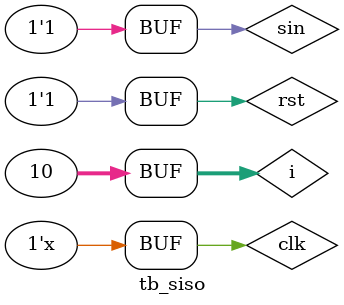
<source format=v>
`timescale 1ns/1ps
module tb_siso;
    reg clk,rst,sin;
    wire sout;
    integer i;

    siso u0(clk,rst,sin,sout);

    always
        #10 clk = ~clk;
    
    initial begin
        clk = 1'b0;
        rst = 1'b1;
        sin = 1'b0;
    end

    always begin
        for(i=1;i<10;i=i+1)begin
            #20 sin = i;
        end
    end
endmodule

</source>
